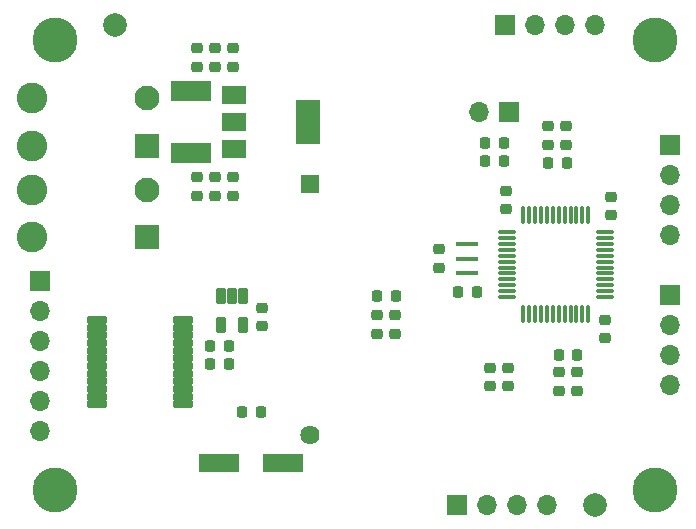
<source format=gbr>
G04 #@! TF.GenerationSoftware,KiCad,Pcbnew,8.0.1-rc1*
G04 #@! TF.CreationDate,2024-03-28T09:47:17-05:00*
G04 #@! TF.ProjectId,motor_control,6d6f746f-725f-4636-9f6e-74726f6c2e6b,1.0*
G04 #@! TF.SameCoordinates,Original*
G04 #@! TF.FileFunction,Soldermask,Top*
G04 #@! TF.FilePolarity,Negative*
%FSLAX46Y46*%
G04 Gerber Fmt 4.6, Leading zero omitted, Abs format (unit mm)*
G04 Created by KiCad (PCBNEW 8.0.1-rc1) date 2024-03-28 09:47:17*
%MOMM*%
%LPD*%
G01*
G04 APERTURE LIST*
G04 Aperture macros list*
%AMRoundRect*
0 Rectangle with rounded corners*
0 $1 Rounding radius*
0 $2 $3 $4 $5 $6 $7 $8 $9 X,Y pos of 4 corners*
0 Add a 4 corners polygon primitive as box body*
4,1,4,$2,$3,$4,$5,$6,$7,$8,$9,$2,$3,0*
0 Add four circle primitives for the rounded corners*
1,1,$1+$1,$2,$3*
1,1,$1+$1,$4,$5*
1,1,$1+$1,$6,$7*
1,1,$1+$1,$8,$9*
0 Add four rect primitives between the rounded corners*
20,1,$1+$1,$2,$3,$4,$5,0*
20,1,$1+$1,$4,$5,$6,$7,0*
20,1,$1+$1,$6,$7,$8,$9,0*
20,1,$1+$1,$8,$9,$2,$3,0*%
G04 Aperture macros list end*
%ADD10C,3.810000*%
%ADD11RoundRect,0.218750X-0.256250X0.218750X-0.256250X-0.218750X0.256250X-0.218750X0.256250X0.218750X0*%
%ADD12RoundRect,0.218750X-0.218750X-0.256250X0.218750X-0.256250X0.218750X0.256250X-0.218750X0.256250X0*%
%ADD13R,1.700000X1.700000*%
%ADD14O,1.700000X1.700000*%
%ADD15RoundRect,0.218750X0.256250X-0.218750X0.256250X0.218750X-0.256250X0.218750X-0.256250X-0.218750X0*%
%ADD16C,2.000000*%
%ADD17C,2.600000*%
%ADD18RoundRect,0.249900X-0.800100X0.800100X-0.800100X-0.800100X0.800100X-0.800100X0.800100X0.800100X0*%
%ADD19C,2.100000*%
%ADD20R,1.900000X0.400000*%
%ADD21RoundRect,0.218750X0.218750X0.256250X-0.218750X0.256250X-0.218750X-0.256250X0.218750X-0.256250X0*%
%ADD22R,3.500000X1.600000*%
%ADD23R,2.000000X1.500000*%
%ADD24R,2.000000X3.800000*%
%ADD25RoundRect,0.119100X-0.277900X0.587900X-0.277900X-0.587900X0.277900X-0.587900X0.277900X0.587900X0*%
%ADD26RoundRect,0.075000X-0.662500X-0.075000X0.662500X-0.075000X0.662500X0.075000X-0.662500X0.075000X0*%
%ADD27RoundRect,0.075000X-0.075000X-0.662500X0.075000X-0.662500X0.075000X0.662500X-0.075000X0.662500X0*%
%ADD28R,1.625600X1.625600*%
%ADD29C,1.625600*%
%ADD30RoundRect,0.102000X-0.750000X0.200000X-0.750000X-0.200000X0.750000X-0.200000X0.750000X0.200000X0*%
%ADD31R,3.505200X1.778000*%
G04 APERTURE END LIST*
D10*
X168910000Y-118110000D03*
X118110000Y-118110000D03*
X168910000Y-80010000D03*
X118110000Y-80010000D03*
D11*
X164719000Y-103733500D03*
X164719000Y-105308500D03*
D12*
X133959500Y-111506000D03*
X135534500Y-111506000D03*
D13*
X170180000Y-101600000D03*
D14*
X170180000Y-104140000D03*
X170180000Y-106680000D03*
X170180000Y-109220000D03*
D15*
X131699000Y-82296000D03*
X131699000Y-80721000D03*
D16*
X163830000Y-119380000D03*
D12*
X154533500Y-90297000D03*
X156108500Y-90297000D03*
D13*
X152146000Y-119380000D03*
D14*
X154686000Y-119380000D03*
X157226000Y-119380000D03*
X159766000Y-119380000D03*
D11*
X133223000Y-91668500D03*
X133223000Y-93243500D03*
X145415000Y-103352500D03*
X145415000Y-104927500D03*
D15*
X130175000Y-82296000D03*
X130175000Y-80721000D03*
D13*
X156220000Y-78740000D03*
D14*
X158760000Y-78740000D03*
X161300000Y-78740000D03*
X163840000Y-78740000D03*
D17*
X116179000Y-84977000D03*
X116179000Y-89013000D03*
D18*
X125879000Y-89013000D03*
D19*
X125879000Y-84977000D03*
D13*
X170180000Y-88910000D03*
D14*
X170180000Y-91450000D03*
X170180000Y-93990000D03*
X170180000Y-96530000D03*
D20*
X153035000Y-97352000D03*
X153035000Y-98552000D03*
X153035000Y-99752000D03*
D11*
X150622000Y-97764500D03*
X150622000Y-99339500D03*
D15*
X133223000Y-82296000D03*
X133223000Y-80721000D03*
D12*
X145389500Y-101727000D03*
X146964500Y-101727000D03*
D15*
X156464000Y-109372500D03*
X156464000Y-107797500D03*
D11*
X161417000Y-87350500D03*
X161417000Y-88925500D03*
D21*
X132867500Y-107442000D03*
X131292500Y-107442000D03*
D17*
X116179000Y-92724000D03*
X116179000Y-96760000D03*
D18*
X125879000Y-96760000D03*
D19*
X125879000Y-92724000D03*
D13*
X116840000Y-100457000D03*
D14*
X116840000Y-102997000D03*
X116840000Y-105537000D03*
X116840000Y-108077000D03*
X116840000Y-110617000D03*
X116840000Y-113157000D03*
D22*
X137447000Y-115824000D03*
X132047000Y-115824000D03*
D23*
X133248000Y-84695000D03*
X133248000Y-86995000D03*
D24*
X139548000Y-86995000D03*
D23*
X133248000Y-89295000D03*
D11*
X131699000Y-91668500D03*
X131699000Y-93243500D03*
X160807500Y-108178500D03*
X160807500Y-109753500D03*
D15*
X135636000Y-104292500D03*
X135636000Y-102717500D03*
D21*
X156108500Y-88773000D03*
X154533500Y-88773000D03*
D15*
X162331500Y-109753500D03*
X162331500Y-108178500D03*
D12*
X159867500Y-90424000D03*
X161442500Y-90424000D03*
D25*
X134046000Y-101700000D03*
X133096000Y-101700000D03*
X132146000Y-101700000D03*
X132146000Y-104210000D03*
X134046000Y-104210000D03*
D26*
X156365500Y-96310000D03*
X156365500Y-96810000D03*
X156365500Y-97310000D03*
X156365500Y-97810000D03*
X156365500Y-98310000D03*
X156365500Y-98810000D03*
X156365500Y-99310000D03*
X156365500Y-99810000D03*
X156365500Y-100310000D03*
X156365500Y-100810000D03*
X156365500Y-101310000D03*
X156365500Y-101810000D03*
D27*
X157778000Y-103222500D03*
X158278000Y-103222500D03*
X158778000Y-103222500D03*
X159278000Y-103222500D03*
X159778000Y-103222500D03*
X160278000Y-103222500D03*
X160778000Y-103222500D03*
X161278000Y-103222500D03*
X161778000Y-103222500D03*
X162278000Y-103222500D03*
X162778000Y-103222500D03*
X163278000Y-103222500D03*
D26*
X164690500Y-101810000D03*
X164690500Y-101310000D03*
X164690500Y-100810000D03*
X164690500Y-100310000D03*
X164690500Y-99810000D03*
X164690500Y-99310000D03*
X164690500Y-98810000D03*
X164690500Y-98310000D03*
X164690500Y-97810000D03*
X164690500Y-97310000D03*
X164690500Y-96810000D03*
X164690500Y-96310000D03*
D27*
X163278000Y-94897500D03*
X162778000Y-94897500D03*
X162278000Y-94897500D03*
X161778000Y-94897500D03*
X161278000Y-94897500D03*
X160778000Y-94897500D03*
X160278000Y-94897500D03*
X159778000Y-94897500D03*
X159278000Y-94897500D03*
X158778000Y-94897500D03*
X158278000Y-94897500D03*
X157778000Y-94897500D03*
D15*
X154940000Y-109372500D03*
X154940000Y-107797500D03*
D21*
X153822500Y-101346000D03*
X152247500Y-101346000D03*
D15*
X156337000Y-94386500D03*
X156337000Y-92811500D03*
X165227000Y-94894500D03*
X165227000Y-93319500D03*
D12*
X160782000Y-106680000D03*
X162357000Y-106680000D03*
D28*
X139700000Y-92278200D03*
D29*
X139700000Y-113461800D03*
D11*
X130166000Y-91668500D03*
X130166000Y-93243500D03*
D15*
X159893000Y-88925500D03*
X159893000Y-87350500D03*
D30*
X121724000Y-103740000D03*
X121724000Y-104390000D03*
X121724000Y-105040000D03*
X121724000Y-105690000D03*
X121724000Y-106340000D03*
X121724000Y-106990000D03*
X121724000Y-107640000D03*
X121724000Y-108290000D03*
X121724000Y-108940000D03*
X121724000Y-109590000D03*
X121724000Y-110240000D03*
X121724000Y-110890000D03*
X128974000Y-110890000D03*
X128974000Y-110240000D03*
X128974000Y-109590000D03*
X128974000Y-108940000D03*
X128974000Y-108290000D03*
X128974000Y-107640000D03*
X128974000Y-106990000D03*
X128974000Y-106340000D03*
X128974000Y-105690000D03*
X128974000Y-105040000D03*
X128974000Y-104390000D03*
X128974000Y-103740000D03*
D31*
X129667000Y-89611200D03*
X129667000Y-84378800D03*
D11*
X146939000Y-103352500D03*
X146939000Y-104927500D03*
D13*
X156596000Y-86106000D03*
D14*
X154056000Y-86106000D03*
D21*
X132867500Y-105918000D03*
X131292500Y-105918000D03*
D16*
X123190000Y-78740000D03*
M02*

</source>
